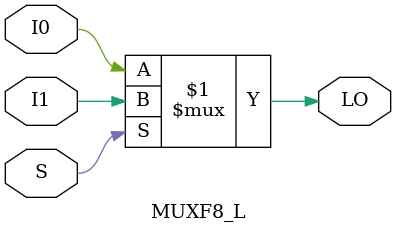
<source format=v>
`ifdef verilator3
`else
`timescale 1 ps / 1 ps
`endif

/* verilator coverage_off */
module MUXF8_L
(
    input  wire I0, I1,
    input  wire S,
    output wire LO
);

    assign LO = (S) ? I1 : I0;

endmodule
/* verilator coverage_on */

</source>
